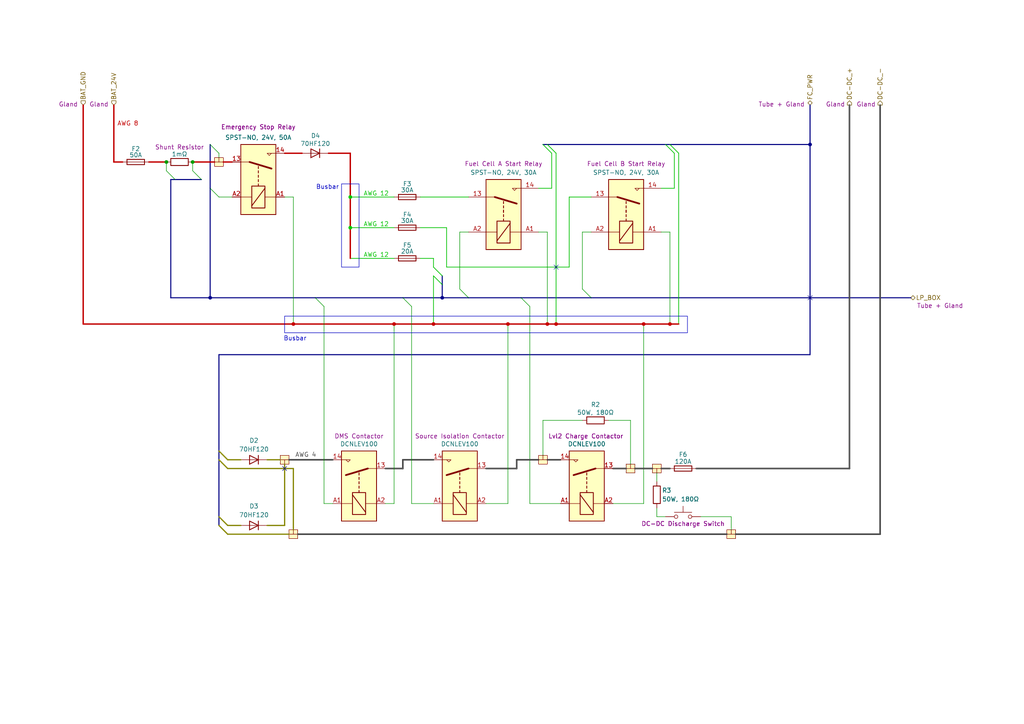
<source format=kicad_sch>
(kicad_sch (version 20231120) (generator "eeschema") (generator_version "8.0")
  (paper "A4")
  (title_block (title "High Power Box Layout") (date "2024-05-16") (rev "1.1.1") (company "Exocet Polytechnique Montréal"))
  (lib_symbols
    (symbol "Device:D" (pin_numbers hide) (pin_names (offset 1.016) hide)
      (property "Reference" "D" (at 0 2.54 0))
      (property "Value" "D" (at 0 -2.54 0))
      (symbol "D_0_1"
        (polyline (pts (xy -1.27 1.27) (xy -1.27 -1.27)) (stroke (width 0.254)))
        (polyline (pts (xy 1.27 0) (xy -1.27 0)))
        (polyline (pts (xy 1.27 1.27) (xy 1.27 -1.27) (xy -1.27 0) (xy 1.27 1.27)) (stroke (width 0.254)))
      )
      (symbol "D_1_1"
        (pin passive line (at -3.81 0 0) (length 2.54) (name "K") (number "1"))
        (pin passive line (at 3.81 0 180) (length 2.54) (name "A") (number "2"))
      )
    )
    (symbol "Device:Fuse" (pin_numbers hide) (pin_names (offset 0))
      (property "Reference" "F" (at 2.032 0 90))
      (property "Value" "Fuse" (at -1.905 0 90))
      (symbol "Fuse_0_1"
        (rectangle (start -0.762 -2.54) (end 0.762 2.54) (stroke (width 0.254)))
        (polyline (pts (xy 0 2.54) (xy 0 -2.54)))
      )
      (symbol "Fuse_1_1"
        (pin passive line (at 0 3.81 270) (length 1.27) (name "~") (number "1"))
        (pin passive line (at 0 -3.81 90) (length 1.27) (name "~") (number "2"))
      )
    )
    (symbol "Device:R" (pin_numbers hide) (pin_names (offset 0))
      (property "Reference" "R" (at 2.032 0 90))
      (property "Value" "R" (at 0 0 90))
      (symbol "R_0_1"
        (rectangle (start -1.016 -2.54) (end 1.016 2.54) (stroke (width 0.254)))
      )
      (symbol "R_1_1"
        (pin passive line (at 0 3.81 270) (length 1.27) (name "~") (number "1"))
        (pin passive line (at 0 -3.81 90) (length 1.27) (name "~") (number "2"))
      )
    )
    (symbol "Exocet_Electrical:Connector_3"
      (property "Reference" "C3" (at 0 0 0))
      (symbol "Connector_3_1_1"
        (rectangle (start -1.27 -1.27) (end 1.27 -3.81) (fill (type background)))
        (polyline (pts (xy -1.27 -2.54) (xy 1.27 -2.54)))
        (polyline (pts (xy 0 -3.81) (xy 0 -2.54)))
        (pin passive line (at -1.27 -2.54 180) (length 0) (name "") (number ""))
        (pin passive line (at 0 -3.81 270) (length 0) (name "") (number ""))
        (pin passive line (at 1.27 -2.54 0) (length 0) (name "") (number ""))
      )
    )
    (symbol "Relay:RAYEX-L90AS"
      (property "Reference" "K" (at 11.43 3.81 0))
      (property "Value" "RAYEX-L90AS" (at 11.43 1.27 0))
      (symbol "RAYEX-L90AS_1_0"
        (polyline (pts (xy 7.62 3.81) (xy 7.62 5.08)))
        (polyline (pts (xy 7.62 3.81) (xy 7.62 2.54) (xy 6.985 3.175) (xy 7.62 3.81)))
      )
      (symbol "RAYEX-L90AS_1_1"
        (rectangle (start -10.16 5.08) (end 10.16 -5.08) (stroke (width 0.254)) (fill (type background)))
        (rectangle (start -8.255 1.905) (end -1.905 -1.905) (stroke (width 0.254)))
        (polyline (pts (xy -7.62 -1.905) (xy -2.54 1.905)) (stroke (width 0.254)))
        (polyline (pts (xy -5.08 -5.08) (xy -5.08 -1.905)))
        (polyline (pts (xy -5.08 5.08) (xy -5.08 1.905)))
        (polyline (pts (xy -1.905 0) (xy -1.27 0)) (stroke (width 0.254)))
        (polyline (pts (xy -0.635 0) (xy 0 0)) (stroke (width 0.254)))
        (polyline (pts (xy 0.635 0) (xy 1.27 0)) (stroke (width 0.254)))
        (polyline (pts (xy 0.635 0) (xy 1.27 0)) (stroke (width 0.254)))
        (polyline (pts (xy 1.905 0) (xy 2.54 0)) (stroke (width 0.254)))
        (polyline (pts (xy 3.175 0) (xy 3.81 0)) (stroke (width 0.254)))
        (polyline (pts (xy 5.08 -2.54) (xy 3.175 3.81)) (stroke (width 0.508)))
        (polyline (pts (xy 5.08 -2.54) (xy 5.08 -5.08)))
        (pin passive line (at 5.08 -10.16 90) (length 5.08) (name "~") (number "13"))
        (pin passive line (at 7.62 10.16 270) (length 5.08) (name "~") (number "14"))
        (pin passive line (at -5.08 10.16 270) (length 5.08) (name "~") (number "A1"))
        (pin passive line (at -5.08 -10.16 90) (length 5.08) (name "~") (number "A2"))
      )
    )
    (symbol "Relay:Relay_SPST-NO"
      (property "Reference" "K" (at 11.43 3.81 0))
      (property "Value" "Relay_SPST-NO" (at 11.43 1.27 0))
      (symbol "Relay_SPST-NO_0_0"
        (polyline (pts (xy 7.62 5.08) (xy 7.62 2.54) (xy 6.985 3.175) (xy 7.62 3.81)))
      )
      (symbol "Relay_SPST-NO_0_1"
        (rectangle (start -10.16 5.08) (end 10.16 -5.08) (stroke (width 0.254)) (fill (type background)))
        (rectangle (start -8.255 1.905) (end -1.905 -1.905) (stroke (width 0.254)))
        (polyline (pts (xy -7.62 -1.905) (xy -2.54 1.905)) (stroke (width 0.254)))
        (polyline (pts (xy -5.08 -5.08) (xy -5.08 -1.905)))
        (polyline (pts (xy -5.08 5.08) (xy -5.08 1.905)))
        (polyline (pts (xy -1.905 0) (xy -1.27 0)) (stroke (width 0.254)))
        (polyline (pts (xy -0.635 0) (xy 0 0)) (stroke (width 0.254)))
        (polyline (pts (xy 0.635 0) (xy 1.27 0)) (stroke (width 0.254)))
        (polyline (pts (xy 1.905 0) (xy 2.54 0)) (stroke (width 0.254)))
        (polyline (pts (xy 3.175 0) (xy 3.81 0)) (stroke (width 0.254)))
        (polyline (pts (xy 5.08 -2.54) (xy 3.175 3.81)) (stroke (width 0.508)))
        (polyline (pts (xy 5.08 -2.54) (xy 5.08 -5.08)))
      )
      (symbol "Relay_SPST-NO_1_1"
        (pin passive line (at 5.08 -7.62 90) (length 2.54) (name "~") (number "13"))
        (pin passive line (at 7.62 7.62 270) (length 2.54) (name "~") (number "14"))
        (pin passive line (at -5.08 7.62 270) (length 2.54) (name "~") (number "A1"))
        (pin passive line (at -5.08 -7.62 90) (length 2.54) (name "~") (number "A2"))
      )
    )
    (symbol "Switch:SW_Push" (pin_numbers hide) (pin_names (offset 1.016) hide)
      (property "Reference" "SW" (at 1.27 2.54 0))
      (property "Value" "SW_Push" (at 0 -1.524 0))
      (symbol "SW_Push_0_1"
        (circle (center -2.032 0) (radius 0.508))
        (polyline (pts (xy 0 1.27) (xy 0 3.048)))
        (polyline (pts (xy 2.54 1.27) (xy -2.54 1.27)))
        (circle (center 2.032 0) (radius 0.508))
        (pin passive line (at -5.08 0 0) (length 2.54) (name "1") (number "1"))
        (pin passive line (at 5.08 0 180) (length 2.54) (name "2") (number "2"))
      )
    )
  )
  (junction (at 128.27 86.36))
  (junction (at 101.6 66.04) (color 0 194 0 1))
  (junction (at 161.29 93.98) (color 194 0 0 1))
  (junction (at 158.75 93.98) (color 194 0 0 1))
  (junction (at 85.09 93.98) (color 194 0 0 1))
  (junction (at 186.69 93.98) (color 194 0 0 1))
  (junction (at 55.88 46.99))
  (junction (at 48.26 46.99))
  (junction (at 234.95 41.91))
  (junction (at 194.31 93.98) (color 194 0 0 1))
  (junction (at 101.6 57.15) (color 0 194 0 1))
  (junction (at 147.32 93.98) (color 194 0 0 1))
  (junction (at 60.96 86.36))
  (junction (at 125.73 93.98) (color 194 0 0 1))
  (junction (at 114.3 93.98) (color 194 0 0 1))
  (no_connect (at 82.55 135.89))
  (no_connect (at 161.29 77.47))
  (no_connect (at 234.95 86.36))
  (bus_entry (at 168.91 83.82) (size 2.54 2.54))
  (bus_entry (at 133.35 83.82) (size 2.54 2.54))
  (bus_entry (at 63.5 133.35) (size 2.54 2.54) (stroke (width 0.3556) (color 132 132 0 1)))
  (bus_entry (at 194.31 41.91) (size 2.54 2.54) (stroke (width 0.2032) (color 0 194 0 1)))
  (bus_entry (at 125.73 77.47) (size 2.54 2.54) (stroke (width 0.2032) (color 0 194 0 1)))
  (bus_entry (at 48.26 49.53) (size 2.54 2.54))
  (bus_entry (at 151.13 86.36) (size 2.54 2.54))
  (bus_entry (at 91.44 86.36) (size 2.54 2.54))
  (bus_entry (at 60.96 54.61) (size 2.54 2.54))
  (bus_entry (at 125.73 80.01) (size 2.54 2.54) (stroke (width 0.2032) (color 0 194 0 1)))
  (bus_entry (at 116.84 86.36) (size 2.54 2.54))
  (bus_entry (at 193.04 41.91) (size 2.54 2.54) (stroke (width 0.2032) (color 0 194 0 1)))
  (bus_entry (at 60.96 41.91) (size 2.54 2.54))
  (bus_entry (at 55.88 49.53) (size 2.54 2.54))
  (bus_entry (at 63.5 152.4) (size 2.54 2.54) (stroke (width 0.3556) (color 132 132 0 1)))
  (bus_entry (at 157.48 41.91) (size 2.54 2.54) (stroke (width 0.2032) (color 0 194 0 1)))
  (bus_entry (at 63.5 130.81) (size 2.54 2.54) (stroke (width 0.3556) (color 132 132 0 1)))
  (bus_entry (at 158.75 41.91) (size 2.54 2.54) (stroke (width 0.2032) (color 0 194 0 1)))
  (bus_entry (at 63.5 149.86) (size 2.54 2.54) (stroke (width 0.3556) (color 132 132 0 1)))
  (bus (pts (xy 234.95 41.91) (xy 234.95 102.87)))
  (wire (pts (xy 33.02 46.99) (xy 35.56 46.99)) (stroke (width 0.4064) (color 194 0 0 1)))
  (wire (pts (xy 213.36 154.94) (xy 255.27 154.94)) (stroke (width 0.4572) (color 72 72 72 1)))
  (bus (pts (xy 63.5 130.81) (xy 63.5 133.35)))
  (wire (pts (xy 66.04 152.4) (xy 69.85 152.4)) (stroke (width 0.3556) (color 132 132 0 1)))
  (wire (pts (xy 86.36 154.94) (xy 210.82 154.94)) (stroke (width 0.4572) (color 72 72 72 1)))
  (wire (pts (xy 64.77 46.99) (xy 67.31 46.99)) (stroke (width 0.4064) (color 194 0 0 1)))
  (wire (pts (xy 66.04 154.94) (xy 83.82 154.94)) (stroke (width 0.3556) (color 132 132 0 1)))
  (wire (pts (xy 191.77 67.31) (xy 194.31 67.31)))
  (bus (pts (xy 63.5 102.87) (xy 234.95 102.87)))
  (wire (pts (xy 147.32 93.98) (xy 158.75 93.98)) (stroke (width 0.4064) (color 194 0 0 1)))
  (bus (pts (xy 171.45 86.36) (xy 264.16 86.36)))
  (wire (pts (xy 176.53 121.92) (xy 182.88 121.92)))
  (bus (pts (xy 157.48 41.91) (xy 158.75 41.91)))
  (bus (pts (xy 60.96 86.36) (xy 91.44 86.36)))
  (wire (pts (xy 149.86 133.35) (xy 156.21 133.35)) (stroke (width 0.4572) (color 72 72 72 1)))
  (wire (pts (xy 125.73 93.98) (xy 147.32 93.98)) (stroke (width 0.4064) (color 194 0 0 1)))
  (wire (pts (xy 156.21 67.31) (xy 158.75 67.31)))
  (wire (pts (xy 114.3 93.98) (xy 114.3 146.05)))
  (wire (pts (xy 63.5 44.45) (xy 63.5 45.72)))
  (wire (pts (xy 190.5 149.86) (xy 193.04 149.86)))
  (wire (pts (xy 133.35 67.31) (xy 133.35 83.82)))
  (bus (pts (xy 49.53 52.07) (xy 49.53 86.36)))
  (wire (pts (xy 186.69 93.98) (xy 194.31 93.98)) (stroke (width 0.4064) (color 194 0 0 1)))
  (wire (pts (xy 77.47 133.35) (xy 81.28 133.35)) (stroke (width 0.3556) (color 132 132 0 1)))
  (wire (pts (xy 168.91 67.31) (xy 168.91 83.82)))
  (wire (pts (xy 66.04 135.89) (xy 85.09 135.89)) (stroke (width 0.3556) (color 132 132 0 1)))
  (wire (pts (xy 119.38 88.9) (xy 119.38 146.05)))
  (wire (pts (xy 83.82 133.35) (xy 96.52 133.35)) (stroke (width 0.4572) (color 72 72 72 1)))
  (wire (pts (xy 101.6 57.15) (xy 114.3 57.15)) (stroke (width 0.2032) (color 0 194 0 1)))
  (wire (pts (xy 111.76 135.89) (xy 116.84 135.89)) (stroke (width 0.4572) (color 72 72 72 1)))
  (wire (pts (xy 140.97 146.05) (xy 147.32 146.05)))
  (wire (pts (xy 201.93 135.89) (xy 246.38 135.89)) (stroke (width 0.4572) (color 72 72 72 1)))
  (bus (pts (xy 50.8 52.07) (xy 58.42 52.07)))
  (bus (pts (xy 63.5 102.87) (xy 63.5 130.81)))
  (wire (pts (xy 33.02 30.48) (xy 33.02 46.99)) (stroke (width 0.4064) (color 194 0 0 1)))
  (wire (pts (xy 121.92 66.04) (xy 129.54 66.04)) (stroke (width 0.2032) (color 0 194 0 1)))
  (wire (pts (xy 153.67 146.05) (xy 162.56 146.05)))
  (wire (pts (xy 96.52 146.05) (xy 93.98 146.05)))
  (wire (pts (xy 140.97 135.89) (xy 149.86 135.89)) (stroke (width 0.4572) (color 72 72 72 1)))
  (wire (pts (xy 157.48 121.92) (xy 157.48 132.08)))
  (wire (pts (xy 125.73 74.93) (xy 125.73 77.47)) (stroke (width 0.2032) (color 0 194 0 1)))
  (wire (pts (xy 85.09 135.89) (xy 85.09 153.67)) (stroke (width 0.3556) (color 132 132 0 1)))
  (wire (pts (xy 191.77 54.61) (xy 195.58 54.61)) (stroke (width 0.2032) (color 0 194 0 1)))
  (wire (pts (xy 129.54 66.04) (xy 129.54 77.47)) (stroke (width 0.2032) (color 0 194 0 1)))
  (wire (pts (xy 121.92 74.93) (xy 125.73 74.93)) (stroke (width 0.2032) (color 0 194 0 1)))
  (wire (pts (xy 114.3 93.98) (xy 125.73 93.98)) (stroke (width 0.4064) (color 194 0 0 1)))
  (bus (pts (xy 60.96 41.91) (xy 60.96 54.61)))
  (wire (pts (xy 158.75 133.35) (xy 162.56 133.35)) (stroke (width 0.4572) (color 72 72 72 1)))
  (wire (pts (xy 165.1 77.47) (xy 165.1 57.15)) (stroke (width 0.2032) (color 0 194 0 1)))
  (wire (pts (xy 95.25 44.45) (xy 101.6 44.45)) (stroke (width 0.4) (color 194 0 0 1)))
  (wire (pts (xy 82.55 57.15) (xy 85.09 57.15)))
  (wire (pts (xy 85.09 93.98) (xy 114.3 93.98)) (stroke (width 0.4064) (color 194 0 0 1)))
  (wire (pts (xy 177.8 135.89) (xy 181.61 135.89)) (stroke (width 0.4572) (color 72 72 72 1)))
  (wire (pts (xy 93.98 88.9) (xy 93.98 146.05)))
  (wire (pts (xy 190.5 137.16) (xy 190.5 139.7)))
  (wire (pts (xy 63.5 57.15) (xy 67.31 57.15)))
  (bus (pts (xy 234.95 30.48) (xy 234.95 41.91)))
  (wire (pts (xy 194.31 93.98) (xy 196.85 93.98)) (stroke (width 0.4064) (color 194 0 0 1)))
  (bus (pts (xy 128.27 86.36) (xy 135.89 86.36)))
  (wire (pts (xy 43.18 46.99) (xy 48.26 46.99)) (stroke (width 0.4064) (color 194 0 0 1)))
  (wire (pts (xy 101.6 44.45) (xy 101.6 57.15)) (stroke (width 0.4064) (color 194 0 0 1)))
  (wire (pts (xy 246.38 30.48) (xy 246.38 135.89)) (stroke (width 0.4572) (color 72 72 72 1)))
  (wire (pts (xy 160.02 44.45) (xy 160.02 54.61)) (stroke (width 0.2032) (color 0 194 0 1)))
  (bus (pts (xy 135.89 86.36) (xy 151.13 86.36)))
  (wire (pts (xy 184.15 135.89) (xy 189.23 135.89)) (stroke (width 0.4572) (color 72 72 72 1)))
  (wire (pts (xy 101.6 74.93) (xy 114.3 74.93)) (stroke (width 0.2032) (color 0 194 0 1)))
  (wire (pts (xy 195.58 44.45) (xy 195.58 54.61)) (stroke (width 0.2032) (color 0 194 0 1)))
  (wire (pts (xy 255.27 30.48) (xy 255.27 154.94)) (stroke (width 0.4572) (color 72 72 72 1)))
  (wire (pts (xy 55.88 46.99) (xy 55.88 49.53)))
  (wire (pts (xy 156.21 54.61) (xy 160.02 54.61)) (stroke (width 0.2032) (color 0 194 0 1)))
  (wire (pts (xy 191.77 135.89) (xy 194.31 135.89)) (stroke (width 0.4572) (color 72 72 72 1)))
  (wire (pts (xy 101.6 66.04) (xy 114.3 66.04)) (stroke (width 0.2032) (color 0 194 0 1)))
  (wire (pts (xy 149.86 135.89) (xy 149.86 133.35)) (stroke (width 0.4572) (color 72 72 72 1)))
  (bus (pts (xy 60.96 54.61) (xy 60.96 86.36)))
  (bus (pts (xy 63.5 152.4) (xy 63.5 149.86)))
  (wire (pts (xy 168.91 67.31) (xy 171.45 67.31)))
  (wire (pts (xy 147.32 93.98) (xy 147.32 146.05)))
  (wire (pts (xy 66.04 133.35) (xy 69.85 133.35)) (stroke (width 0.3556) (color 132 132 0 1)))
  (wire (pts (xy 24.13 30.48) (xy 24.13 93.98)) (stroke (width 0.4064) (color 194 0 0 1)))
  (bus (pts (xy 193.04 41.91) (xy 194.31 41.91)))
  (bus (pts (xy 151.13 86.36) (xy 171.45 86.36)))
  (bus (pts (xy 128.27 80.01) (xy 128.27 82.55)))
  (bus (pts (xy 128.27 82.55) (xy 128.27 86.36)))
  (wire (pts (xy 165.1 57.15) (xy 171.45 57.15)) (stroke (width 0.2032) (color 0 194 0 1)))
  (bus (pts (xy 116.84 86.36) (xy 128.27 86.36)))
  (wire (pts (xy 212.09 149.86) (xy 212.09 153.67)))
  (wire (pts (xy 203.2 149.86) (xy 212.09 149.86)))
  (bus (pts (xy 49.53 86.36) (xy 60.96 86.36)))
  (bus (pts (xy 158.75 41.91) (xy 193.04 41.91)))
  (wire (pts (xy 190.5 149.86) (xy 190.5 147.32)))
  (wire (pts (xy 135.89 67.31) (xy 133.35 67.31)))
  (bus (pts (xy 63.5 133.35) (xy 63.5 149.86)))
  (wire (pts (xy 82.55 44.45) (xy 87.63 44.45)) (stroke (width 0.4) (color 194 0 0 1)))
  (wire (pts (xy 158.75 67.31) (xy 158.75 93.98)))
  (wire (pts (xy 119.38 146.05) (xy 125.73 146.05)))
  (wire (pts (xy 177.8 146.05) (xy 186.69 146.05)))
  (wire (pts (xy 116.84 133.35) (xy 116.84 135.89)) (stroke (width 0.4572) (color 72 72 72 1)))
  (wire (pts (xy 111.76 146.05) (xy 114.3 146.05)))
  (wire (pts (xy 158.75 93.98) (xy 161.29 93.98)) (stroke (width 0.4064) (color 194 0 0 1)))
  (wire (pts (xy 194.31 67.31) (xy 194.31 93.98)))
  (wire (pts (xy 85.09 57.15) (xy 85.09 93.98)))
  (wire (pts (xy 186.69 93.98) (xy 186.69 146.05)))
  (wire (pts (xy 101.6 57.15) (xy 101.6 66.04)) (stroke (width 0.4064) (color 194 0 0 1)))
  (wire (pts (xy 161.29 44.45) (xy 161.29 93.98)) (stroke (width 0.2032) (color 0 194 0 1)))
  (bus (pts (xy 194.31 41.91) (xy 234.95 41.91)))
  (bus (pts (xy 50.8 52.07) (xy 49.53 52.07)))
  (wire (pts (xy 182.88 121.92) (xy 182.88 134.62)))
  (wire (pts (xy 101.6 66.04) (xy 101.6 74.93)) (stroke (width 0.4064) (color 194 0 0 1)))
  (wire (pts (xy 161.29 93.98) (xy 186.69 93.98)) (stroke (width 0.4064) (color 194 0 0 1)))
  (wire (pts (xy 157.48 121.92) (xy 168.91 121.92)))
  (wire (pts (xy 121.92 57.15) (xy 135.89 57.15)) (stroke (width 0.2032) (color 0 194 0 1)))
  (wire (pts (xy 129.54 77.47) (xy 165.1 77.47)) (stroke (width 0.2032) (color 0 194 0 1)))
  (wire (pts (xy 125.73 80.01) (xy 125.73 93.98)) (stroke (width 0.2032) (color 0 194 0 1)))
  (wire (pts (xy 77.47 152.4) (xy 82.55 152.4)) (stroke (width 0.3556) (color 132 132 0 1)))
  (wire (pts (xy 116.84 133.35) (xy 125.73 133.35)) (stroke (width 0.4572) (color 72 72 72 1)))
  (wire (pts (xy 48.26 46.99) (xy 48.26 49.53)))
  (wire (pts (xy 82.55 134.62) (xy 82.55 152.4)) (stroke (width 0.3556) (color 132 132 0 1)))
  (bus (pts (xy 91.44 86.36) (xy 116.84 86.36)))
  (wire (pts (xy 153.67 88.9) (xy 153.67 146.05)))
  (wire (pts (xy 196.85 44.45) (xy 196.85 93.98)) (stroke (width 0.2032) (color 0 194 0 1)))
  (wire (pts (xy 55.88 46.99) (xy 62.23 46.99)) (stroke (width 0.4064) (color 194 0 0 1)))
  (wire (pts (xy 24.13 93.98) (xy 85.09 93.98)) (stroke (width 0.4064) (color 194 0 0 1)))
  (rectangle (start 99.06 53.34) (end 104.14 77.47))
  (rectangle (start 82.55 91.694) (end 199.39 96.52))
  (text "Busbar" (at 85.598 98.298 0) (effects (font (size 1.27 1.27))))
  (text "Busbar" (at 94.996 54.356 0) (effects (font (size 1.27 1.27))))
  (text "AWG 4" (at 85.598 132.08 0) (effects (font (size 1.27 1.27)) (justify left)))
  (label "AWG 12" (at 105.41 57.15 0))
  (label "AWG 12" (at 105.41 66.04 0))
  (label "AWG 12" (at 105.41 74.93 0))
  (label " AWG 8" (at 33.02 36.83 0))
  (hierarchical_label "FC_PWR" (shape bidirectional) (at 234.95 30.48 90) (property "Connector" "Tube + Gland" (at 219.964 30.226 0) (effects (justify left))))
  (hierarchical_label "DC-DC_+" (shape output) (at 246.38 30.48 90) (property "Connector" "Gland" (at 239.522 30.226 0) (effects (justify left))))
  (hierarchical_label "LP_BOX" (shape bidirectional) (at 264.16 86.36 0) (property "Connector" "Tube + Gland" (at 265.938 88.646 0) (effects (justify left))))
  (hierarchical_label "BAT_24V" (shape input) (at 33.02 30.48 90) (property "Connector" "Gland" (at 25.908 30.226 0) (effects (justify left))))
  (hierarchical_label "DC-DC_-" (shape output) (at 255.27 30.48 90) (property "Connector" "Gland" (at 248.412 30.226 0) (effects (justify left))))
  (hierarchical_label "BAT_GND" (shape input) (at 24.13 30.48 90) (property "Connector" "Gland" (at 17.018 30.226 0) (effects (justify left))))
  (symbol (lib_id "Exocet_Electrical:Connector_3") (at 157.48 135.89 180) (unit 1)
    (property "Reference" "C4" (effects (hide yes)))
    (property "Value" "AWG4" (effects (hide yes)))
  )
  (symbol (lib_id "Device:Fuse") (at 118.11 57.15 90) (unit 1)
    (property "Reference" "F3" (at 118.11 53.34 90))
    (property "Value" "30A" (at 118.11 55.118 90))
    (property "Description" "Fuse" (effects (hide yes)))
  )
  (symbol (lib_id "Exocet_Electrical:Connector_3") (at 212.09 157.48 180) (unit 1)
    (property "Reference" "C7" (effects (hide yes)))
    (property "Value" "AWG4" (effects (hide yes)))
  )
  (symbol (lib_id "Relay:Relay_SPST-NO") (at 170.18 140.97 90) (unit 1)
    (property "Reference" "K5" (effects (hide yes)))
    (property "Value" "DCNLEV100" (at 170.18 128.778 90))
    (property "Name" "Lvl2 Charge Contactor" (at 169.926 126.492 90))
  )
  (symbol (lib_id "Device:R") (at 190.5 143.51 180) (unit 1)
    (property "Reference" "R3" (at 192.024 142.24 0) (effects (justify right)))
    (property "Value" "50W, 180Ω" (at 192.024 144.78 0) (effects (justify right)))
    (property "https://www.amazon.com/Aexit-Resistors-Aluminum-Single-Resistance/dp/B07CRFPPXZ" "https://www.amazon.com/Aexit-Resistors-Aluminum-Single-Resistance/dp/B07CRFPPXZ" (effects (hide yes)))
  )
  (symbol (lib_id "Relay:Relay_SPST-NO") (at 133.35 140.97 90) (unit 1)
    (property "Reference" "K3" (effects (hide yes)))
    (property "Value" "DCNLEV100" (at 133.35 128.778 90))
    (property "Name" "Source Isolation Contactor" (at 133.35 126.492 90))
  )
  (symbol (lib_id "Relay:Relay_SPST-NO") (at 104.14 140.97 90) (unit 1)
    (property "Reference" "K2" (effects (hide yes)))
    (property "Value" "DCNLEV100" (at 104.14 128.778 90))
    (property "Name" "DMS Contactor" (at 104.14 126.492 90))
  )
  (symbol (lib_id "Exocet_Electrical:Connector_3") (at 85.09 157.48 180) (unit 1)
    (property "Reference" "C3" (effects (hide yes)))
    (property "Value" "AWG4" (effects (hide yes)))
  )
  (symbol (lib_id "Exocet_Electrical:Connector_3") (at 82.55 130.81 0) (unit 1)
    (property "Reference" "C2" (effects (hide yes)))
    (property "Value" "AWG4" (effects (hide yes)))
  )
  (symbol (lib_id "Exocet_Electrical:Connector_3") (at 182.88 138.43 180) (unit 1)
    (property "Reference" "C5" (effects (hide yes)))
    (property "Value" "AWG4" (effects (hide yes)))
  )
  (symbol (lib_id "Device:D") (at 73.66 152.4 180) (unit 1)
    (property "Reference" "D3" (at 73.66 146.812 0))
    (property "Value" "70HF120" (at 73.66 149.352 0))
    (property "Description" "Diode" (effects (hide yes)))
    (property "Sim.Device" "D" (effects (hide yes)))
    (property "Sim.Pins" "1=K 2=A" (effects (hide yes)))
  )
  (symbol (lib_id "Device:R") (at 52.07 46.99 90) (unit 1)
    (property "Reference" "R1" (effects (hide yes)))
    (property "Value" "1mΩ" (at 52.07 44.704 90))
    (property "Description" "Off-board 48V 50A shunt resistor for battery sensing" (effects (hide yes)))
    (property "Name" "Shunt Resistor" (at 52.07 42.672 90))
    (property "Example" "https://uk.rs-online.com/web/p/shunts/8103267" (effects (hide yes)))
  )
  (symbol (lib_id "Exocet_Electrical:Connector_3") (at 63.5 49.53 180) (unit 1)
    (property "Reference" "C1" (effects (hide yes)))
    (property "Value" "AWG8" (effects (hide yes)))
  )
  (symbol (lib_id "Device:R") (at 172.72 121.92 90) (unit 1)
    (property "Reference" "R2" (at 172.72 117.348 90))
    (property "Value" "50W, 180Ω" (at 172.72 119.634 90))
    (property "Product Page" "https://www.amazon.com/Aexit-Resistors-Aluminum-Single-Resistance/dp/B07CRFPPXZ" (effects (hide yes)))
  )
  (symbol (lib_id "Exocet_Electrical:Connector_3") (at 190.5 133.35 0) (unit 1)
    (property "Reference" "C6" (effects (hide yes)))
    (property "Value" "AWG4" (effects (hide yes)))
  )
  (symbol (lib_id "Device:D") (at 91.44 44.45 180) (unit 1)
    (property "Reference" "D4" (at 90.17 39.37 0) (effects (justify right)))
    (property "Value" "70HF120" (at 87.122 41.656 0) (effects (justify right)))
    (property "Description" "Diode" (effects (hide yes)))
    (property "Sim.Device" "D" (effects (hide yes)))
    (property "Sim.Pins" "1=K 2=A" (effects (hide yes)))
  )
  (symbol (lib_id "Device:Fuse") (at 198.12 135.89 90) (unit 1)
    (property "Reference" "F6" (at 198.12 131.826 90))
    (property "Value" "120A" (at 198.12 133.858 90))
    (property "Description" "Fuse" (effects (hide yes)))
  )
  (symbol (lib_id "Device:Fuse") (at 118.11 74.93 90) (unit 1)
    (property "Reference" "F5" (at 118.11 71.12 90))
    (property "Value" "20A" (at 118.11 72.898 90))
    (property "Description" "Fuse" (effects (hide yes)))
  )
  (symbol (lib_id "Switch:SW_Push") (at 198.12 149.86 0) (unit 1)
    (property "Reference" "SW5" (effects (hide yes)))
    (property "Value" "SW_Push" (effects (hide yes)))
    (property "Description" "Push button switch, generic, two pins" (effects (hide yes)))
    (property "Name" "DC-DC Discharge Switch" (at 198.12 151.892 0))
  )
  (symbol (lib_id "Relay:RAYEX-L90AS") (at 146.05 62.23 270) (mirror x) (unit 1)
    (property "Reference" "K4" (effects (hide yes)))
    (property "Value" "SPST-NO, 24V, 30A" (at 146.05 50.038 90))
    (property "Name" "Fuel Cell A Start Relay" (at 146.05 47.498 90))
  )
  (symbol (lib_id "Device:D") (at 73.66 133.35 180) (unit 1)
    (property "Reference" "D2" (at 73.66 127.762 0))
    (property "Value" "70HF120" (at 73.66 130.302 0))
    (property "Description" "Diode" (effects (hide yes)))
    (property "Sim.Device" "D" (effects (hide yes)))
    (property "Sim.Pins" "1=K 2=A" (effects (hide yes)))
  )
  (symbol (lib_id "Relay:RAYEX-L90AS") (at 181.61 62.23 270) (mirror x) (unit 1)
    (property "Reference" "K6" (effects (hide yes)))
    (property "Value" "SPST-NO, 24V, 30A" (at 181.61 50.038 90))
    (property "Name" "Fuel Cell B Start Relay" (at 181.61 47.498 90))
  )
  (symbol (lib_id "Relay:Relay_SPST-NO") (at 74.93 52.07 270) (mirror x) (unit 1)
    (property "Reference" "K1" (effects (hide yes)))
    (property "Value" "SPST-NO, 24V, 50A" (at 74.93 39.878 90))
    (property "Name" "Emergency Stop Relay" (at 74.93 36.83 90))
  )
  (symbol (lib_id "Device:Fuse") (at 118.11 66.04 90) (unit 1)
    (property "Reference" "F4" (at 118.11 62.23 90))
    (property "Value" "30A" (at 118.11 64.008 90))
    (property "Description" "Fuse" (effects (hide yes)))
  )
  (symbol (lib_id "Device:Fuse") (at 39.37 46.99 270) (unit 1)
    (property "Reference" "F2" (at 39.37 43.18 90))
    (property "Value" "50A" (at 39.37 44.958 90))
  )
)
</source>
